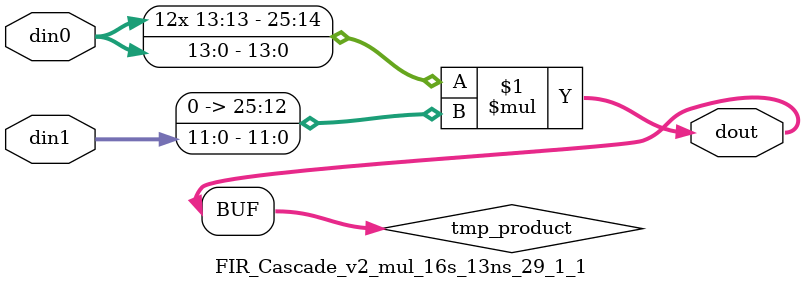
<source format=v>

`timescale 1 ns / 1 ps

 module FIR_Cascade_v2_mul_16s_13ns_29_1_1(din0, din1, dout);
parameter ID = 1;
parameter NUM_STAGE = 0;
parameter din0_WIDTH = 14;
parameter din1_WIDTH = 12;
parameter dout_WIDTH = 26;

input [din0_WIDTH - 1 : 0] din0; 
input [din1_WIDTH - 1 : 0] din1; 
output [dout_WIDTH - 1 : 0] dout;

wire signed [dout_WIDTH - 1 : 0] tmp_product;


























assign tmp_product = $signed(din0) * $signed({1'b0, din1});









assign dout = tmp_product;





















endmodule

</source>
